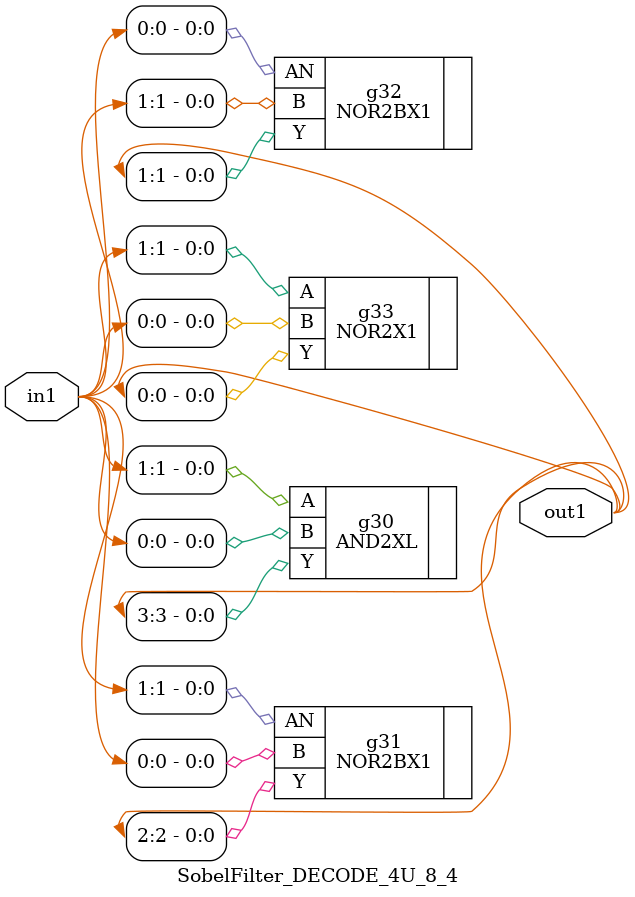
<source format=v>
`timescale 1ps / 1ps


module SobelFilter_DECODE_4U_8_4(in1, out1);
  input [1:0] in1;
  output [3:0] out1;
  wire [1:0] in1;
  wire [3:0] out1;
  AND2XL g30(.A (in1[1]), .B (in1[0]), .Y (out1[3]));
  NOR2BX1 g31(.AN (in1[1]), .B (in1[0]), .Y (out1[2]));
  NOR2BX1 g32(.AN (in1[0]), .B (in1[1]), .Y (out1[1]));
  NOR2X1 g33(.A (in1[1]), .B (in1[0]), .Y (out1[0]));
endmodule


</source>
